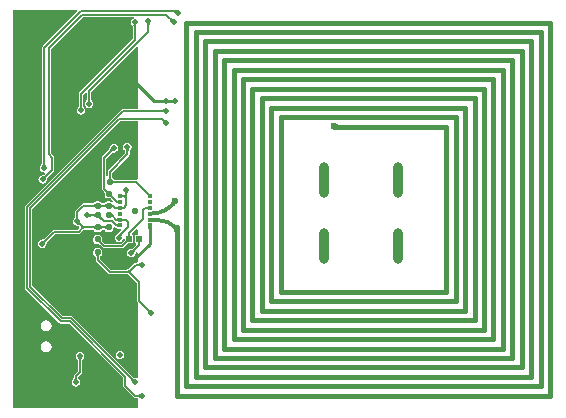
<source format=gbl>
G04*
G04 #@! TF.GenerationSoftware,Altium Limited,Altium Designer,18.1.7 (191)*
G04*
G04 Layer_Physical_Order=2*
G04 Layer_Color=6736896*
%FSLAX25Y25*%
%MOIN*%
G70*
G01*
G75*
%ADD11C,0.00600*%
%ADD15C,0.01000*%
G04:AMPARAMS|DCode=24|XSize=20mil|YSize=20mil|CornerRadius=5mil|HoleSize=0mil|Usage=FLASHONLY|Rotation=270.000|XOffset=0mil|YOffset=0mil|HoleType=Round|Shape=RoundedRectangle|*
%AMROUNDEDRECTD24*
21,1,0.02000,0.01000,0,0,270.0*
21,1,0.01000,0.02000,0,0,270.0*
1,1,0.01000,-0.00500,-0.00500*
1,1,0.01000,-0.00500,0.00500*
1,1,0.01000,0.00500,0.00500*
1,1,0.01000,0.00500,-0.00500*
%
%ADD24ROUNDEDRECTD24*%
G04:AMPARAMS|DCode=27|XSize=20mil|YSize=20mil|CornerRadius=5mil|HoleSize=0mil|Usage=FLASHONLY|Rotation=180.000|XOffset=0mil|YOffset=0mil|HoleType=Round|Shape=RoundedRectangle|*
%AMROUNDEDRECTD27*
21,1,0.02000,0.01000,0,0,180.0*
21,1,0.01000,0.02000,0,0,180.0*
1,1,0.01000,-0.00500,0.00500*
1,1,0.01000,0.00500,0.00500*
1,1,0.01000,0.00500,-0.00500*
1,1,0.01000,-0.00500,-0.00500*
%
%ADD27ROUNDEDRECTD27*%
%ADD68C,0.01575*%
%ADD69C,0.01400*%
%ADD71O,0.03150X0.11811*%
%ADD72C,0.02000*%
%ADD73C,0.02362*%
G04:AMPARAMS|DCode=74|XSize=16.54mil|YSize=13.78mil|CornerRadius=3.45mil|HoleSize=0mil|Usage=FLASHONLY|Rotation=0.000|XOffset=0mil|YOffset=0mil|HoleType=Round|Shape=RoundedRectangle|*
%AMROUNDEDRECTD74*
21,1,0.01654,0.00689,0,0,0.0*
21,1,0.00965,0.01378,0,0,0.0*
1,1,0.00689,0.00482,-0.00345*
1,1,0.00689,-0.00482,-0.00345*
1,1,0.00689,-0.00482,0.00345*
1,1,0.00689,0.00482,0.00345*
%
%ADD74ROUNDEDRECTD74*%
%ADD75R,0.01968X0.01968*%
G36*
X43242Y154987D02*
X42400Y154000D01*
X42395Y154076D01*
X42379Y154144D01*
X42353Y154204D01*
X42317Y154256D01*
X42271Y154300D01*
X42214Y154336D01*
X42147Y154364D01*
X42069Y154384D01*
X41982Y154396D01*
X41884Y154400D01*
X42086Y155000D01*
X43242Y154987D01*
D02*
G37*
G36*
X41179Y152185D02*
X41250Y152132D01*
X41325Y152085D01*
X41406Y152044D01*
X41491Y152009D01*
X41581Y151982D01*
X41676Y151960D01*
X41776Y151945D01*
X41880Y151937D01*
X41990Y151935D01*
X41000Y150945D01*
X40998Y151054D01*
X40989Y151159D01*
X40974Y151259D01*
X40953Y151354D01*
X40925Y151444D01*
X40891Y151529D01*
X40850Y151609D01*
X40803Y151685D01*
X40749Y151756D01*
X40689Y151821D01*
X41113Y152246D01*
X41179Y152185D01*
D02*
G37*
G36*
X34224Y150607D02*
X34156Y150527D01*
X34096Y150446D01*
X34044Y150363D01*
X34000Y150280D01*
X33964Y150195D01*
X33936Y150110D01*
X33916Y150023D01*
X33904Y149935D01*
X33900Y149846D01*
X33300D01*
X33296Y149935D01*
X33284Y150023D01*
X33264Y150110D01*
X33236Y150195D01*
X33200Y150280D01*
X33156Y150363D01*
X33104Y150446D01*
X33044Y150527D01*
X32976Y150607D01*
X32900Y150686D01*
X34300D01*
X34224Y150607D01*
D02*
G37*
G36*
X29724Y150142D02*
X29656Y150061D01*
X29596Y149980D01*
X29544Y149898D01*
X29500Y149814D01*
X29464Y149730D01*
X29436Y149644D01*
X29416Y149558D01*
X29404Y149470D01*
X29400Y149381D01*
X28800D01*
X28796Y149470D01*
X28784Y149558D01*
X28764Y149644D01*
X28736Y149730D01*
X28700Y149814D01*
X28656Y149898D01*
X28604Y149980D01*
X28544Y150061D01*
X28476Y150142D01*
X28400Y150221D01*
X29800D01*
X29724Y150142D01*
D02*
G37*
G36*
X14104Y125365D02*
X14116Y125277D01*
X14136Y125190D01*
X14164Y125105D01*
X14200Y125020D01*
X14244Y124937D01*
X14296Y124854D01*
X14356Y124773D01*
X14424Y124693D01*
X14500Y124614D01*
X13100D01*
X13176Y124693D01*
X13244Y124773D01*
X13304Y124854D01*
X13356Y124937D01*
X13400Y125020D01*
X13436Y125105D01*
X13464Y125190D01*
X13484Y125277D01*
X13496Y125365D01*
X13500Y125454D01*
X14100D01*
X14104Y125365D01*
D02*
G37*
G36*
X41786Y123900D02*
X41743Y123938D01*
X41693Y123972D01*
X41636Y124002D01*
X41572Y124028D01*
X41500Y124050D01*
X41421Y124068D01*
X41335Y124082D01*
X41242Y124092D01*
X41034Y124100D01*
Y125100D01*
X41142Y125102D01*
X41335Y125118D01*
X41421Y125132D01*
X41500Y125150D01*
X41572Y125172D01*
X41636Y125198D01*
X41693Y125228D01*
X41743Y125262D01*
X41786Y125300D01*
Y123900D01*
D02*
G37*
G36*
X40257Y125262D02*
X40307Y125228D01*
X40364Y125198D01*
X40429Y125172D01*
X40500Y125150D01*
X40579Y125132D01*
X40665Y125118D01*
X40758Y125108D01*
X40966Y125100D01*
Y124100D01*
X40858Y124098D01*
X40665Y124082D01*
X40579Y124068D01*
X40500Y124050D01*
X40429Y124028D01*
X40364Y124002D01*
X40307Y123972D01*
X40257Y123938D01*
X40214Y123900D01*
Y125300D01*
X40257Y125262D01*
D02*
G37*
G36*
X38786Y123900D02*
X38743Y123938D01*
X38693Y123972D01*
X38636Y124002D01*
X38572Y124028D01*
X38500Y124050D01*
X38421Y124068D01*
X38335Y124082D01*
X38242Y124092D01*
X38034Y124100D01*
Y125100D01*
X38142Y125102D01*
X38335Y125118D01*
X38421Y125132D01*
X38500Y125150D01*
X38572Y125172D01*
X38636Y125198D01*
X38693Y125228D01*
X38743Y125262D01*
X38786Y125300D01*
Y123900D01*
D02*
G37*
G36*
X11404Y123065D02*
X11416Y122977D01*
X11436Y122890D01*
X11464Y122805D01*
X11500Y122720D01*
X11544Y122637D01*
X11596Y122554D01*
X11656Y122473D01*
X11724Y122393D01*
X11800Y122314D01*
X10400D01*
X10476Y122393D01*
X10544Y122473D01*
X10604Y122554D01*
X10656Y122637D01*
X10700Y122720D01*
X10736Y122805D01*
X10764Y122890D01*
X10784Y122977D01*
X10796Y123065D01*
X10800Y123154D01*
X11400D01*
X11404Y123065D01*
D02*
G37*
G36*
X38786Y120800D02*
X38707Y120876D01*
X38627Y120944D01*
X38546Y121004D01*
X38463Y121056D01*
X38380Y121100D01*
X38295Y121136D01*
X38210Y121164D01*
X38123Y121184D01*
X38035Y121196D01*
X37946Y121200D01*
Y121800D01*
X38035Y121804D01*
X38123Y121816D01*
X38210Y121836D01*
X38295Y121864D01*
X38380Y121900D01*
X38463Y121944D01*
X38546Y121996D01*
X38627Y122056D01*
X38707Y122124D01*
X38786Y122200D01*
Y120800D01*
D02*
G37*
G36*
X38679Y118651D02*
X38750Y118597D01*
X38825Y118550D01*
X38906Y118509D01*
X38991Y118475D01*
X39081Y118447D01*
X39176Y118426D01*
X39276Y118411D01*
X39380Y118402D01*
X39490Y118400D01*
X38500Y117410D01*
X38498Y117520D01*
X38489Y117624D01*
X38474Y117724D01*
X38453Y117819D01*
X38425Y117909D01*
X38391Y117994D01*
X38350Y118075D01*
X38303Y118150D01*
X38249Y118221D01*
X38189Y118287D01*
X38613Y118711D01*
X38679Y118651D01*
D02*
G37*
G36*
X96203Y117094D02*
X96232Y117085D01*
X96275Y117077D01*
X96330Y117070D01*
X96576Y117056D01*
X96940Y117051D01*
X96855Y115476D01*
X96121Y115451D01*
X96187Y117103D01*
X96203Y117094D01*
D02*
G37*
G36*
X21919Y108003D02*
X21812Y108009D01*
X21709Y108006D01*
X21611Y107997D01*
X21517Y107980D01*
X21428Y107956D01*
X21343Y107924D01*
X21263Y107886D01*
X21188Y107840D01*
X21116Y107786D01*
X21050Y107725D01*
X20657Y108181D01*
X20716Y108246D01*
X20770Y108316D01*
X20818Y108391D01*
X20861Y108471D01*
X20898Y108556D01*
X20930Y108647D01*
X20956Y108742D01*
X20977Y108843D01*
X20992Y108949D01*
X21002Y109061D01*
X21919Y108003D01*
D02*
G37*
G36*
X27224Y108607D02*
X27156Y108527D01*
X27096Y108446D01*
X27044Y108363D01*
X27000Y108280D01*
X26964Y108195D01*
X26936Y108110D01*
X26916Y108023D01*
X26904Y107935D01*
X26900Y107846D01*
X26300D01*
X26296Y107935D01*
X26284Y108023D01*
X26264Y108110D01*
X26236Y108195D01*
X26200Y108280D01*
X26156Y108363D01*
X26104Y108446D01*
X26044Y108527D01*
X25976Y108607D01*
X25900Y108686D01*
X27300D01*
X27224Y108607D01*
D02*
G37*
G36*
X-898Y103865D02*
X-886Y103777D01*
X-866Y103690D01*
X-838Y103605D01*
X-802Y103520D01*
X-758Y103437D01*
X-706Y103354D01*
X-646Y103273D01*
X-578Y103193D01*
X-502Y103114D01*
X-1902D01*
X-1826Y103193D01*
X-1758Y103273D01*
X-1698Y103354D01*
X-1646Y103437D01*
X-1602Y103520D01*
X-1566Y103605D01*
X-1538Y103690D01*
X-1518Y103777D01*
X-1506Y103865D01*
X-1502Y103954D01*
X-902D01*
X-898Y103865D01*
D02*
G37*
G36*
X21003Y99278D02*
X21012Y99170D01*
X21027Y99075D01*
X21048Y98993D01*
X21074Y98924D01*
X21107Y98867D01*
X21146Y98823D01*
X21191Y98791D01*
X21241Y98772D01*
X21298Y98766D01*
X20102D01*
X20159Y98772D01*
X20210Y98791D01*
X20254Y98823D01*
X20293Y98867D01*
X20326Y98924D01*
X20352Y98993D01*
X20373Y99075D01*
X20388Y99170D01*
X20397Y99278D01*
X20400Y99398D01*
X21000D01*
X21003Y99278D01*
D02*
G37*
G36*
X-389Y99487D02*
X-449Y99421D01*
X-503Y99350D01*
X-550Y99275D01*
X-591Y99194D01*
X-625Y99109D01*
X-653Y99019D01*
X-674Y98924D01*
X-689Y98824D01*
X-698Y98720D01*
X-700Y98610D01*
X-1690Y99600D01*
X-1580Y99602D01*
X-1476Y99611D01*
X-1376Y99626D01*
X-1281Y99647D01*
X-1191Y99675D01*
X-1106Y99709D01*
X-1025Y99750D01*
X-950Y99797D01*
X-879Y99851D01*
X-813Y99911D01*
X-389Y99487D01*
D02*
G37*
G36*
X30000Y98882D02*
X29971Y98831D01*
X29500Y98510D01*
X29482Y98514D01*
X22351D01*
X22308Y98533D01*
X22201Y98536D01*
X22122Y98542D01*
X22068Y98550D01*
X22048Y98651D01*
X21849Y98949D01*
X21551Y99148D01*
X21451Y99168D01*
X21442Y99222D01*
X21436Y99301D01*
X21433Y99408D01*
X21414Y99451D01*
Y100904D01*
X27105Y106595D01*
X27259Y106827D01*
X27314Y107100D01*
Y107786D01*
X27332Y107827D01*
X27336Y107896D01*
X27342Y107945D01*
X27354Y107994D01*
X27370Y108043D01*
X27391Y108094D01*
X27419Y108146D01*
X27454Y108201D01*
X27496Y108258D01*
X27545Y108316D01*
X27612Y108386D01*
X27620Y108407D01*
X27919Y108854D01*
X28027Y109400D01*
X27919Y109946D01*
X27609Y110409D01*
X27146Y110719D01*
X26600Y110827D01*
X26054Y110719D01*
X25591Y110409D01*
X25281Y109946D01*
X25173Y109400D01*
X25281Y108854D01*
X25580Y108407D01*
X25588Y108386D01*
X25655Y108316D01*
X25705Y108258D01*
X25746Y108201D01*
X25781Y108146D01*
X25809Y108094D01*
X25830Y108043D01*
X25846Y107994D01*
X25858Y107945D01*
X25864Y107896D01*
X25868Y107827D01*
X25886Y107786D01*
Y107396D01*
X20195Y101705D01*
X20041Y101473D01*
X19986Y101200D01*
Y99685D01*
X19964Y99655D01*
X19926Y99634D01*
X19426Y99933D01*
Y105517D01*
X21294Y107385D01*
X21332Y107397D01*
X21335Y107403D01*
X21341Y107405D01*
X21393Y107452D01*
X21431Y107481D01*
X21471Y107505D01*
X21513Y107526D01*
X21560Y107543D01*
X21612Y107557D01*
X21670Y107568D01*
X21735Y107574D01*
X21806Y107575D01*
X21898Y107571D01*
X21938Y107585D01*
X22000Y107573D01*
X22546Y107681D01*
X23009Y107991D01*
X23319Y108454D01*
X23427Y109000D01*
X23319Y109546D01*
X23009Y110009D01*
X22546Y110319D01*
X22000Y110427D01*
X21454Y110319D01*
X20991Y110009D01*
X20681Y109546D01*
X20606Y109166D01*
X20571Y109098D01*
X20562Y108999D01*
X20550Y108918D01*
X20535Y108843D01*
X20516Y108776D01*
X20495Y108715D01*
X20471Y108660D01*
X20445Y108610D01*
X20416Y108565D01*
X20384Y108525D01*
X20338Y108474D01*
X20323Y108432D01*
X18208Y106317D01*
X18053Y106085D01*
X17999Y105812D01*
Y95588D01*
X18053Y95315D01*
X18208Y95083D01*
X18657Y94633D01*
X18673Y94591D01*
X18881Y94367D01*
X18947Y94285D01*
X18982Y94235D01*
Y94051D01*
X18981Y94049D01*
X18982Y94047D01*
Y93400D01*
X19052Y93049D01*
X19251Y92751D01*
X19549Y92552D01*
X19900Y92482D01*
X20547D01*
X20549Y92481D01*
X20551Y92482D01*
X20734D01*
X20780Y92450D01*
X20973Y92287D01*
X21085Y92179D01*
X21129Y92161D01*
X21825Y91466D01*
X21506Y91077D01*
X21251Y91248D01*
X20900Y91318D01*
X19900D01*
X19549Y91248D01*
X19251Y91049D01*
X19052Y90751D01*
X19032Y90650D01*
X18978Y90642D01*
X18899Y90636D01*
X18792Y90633D01*
X18749Y90614D01*
X18351D01*
X18308Y90633D01*
X18201Y90636D01*
X18122Y90642D01*
X18068Y90650D01*
X18048Y90751D01*
X17849Y91049D01*
X17551Y91248D01*
X17200Y91318D01*
X16200D01*
X15849Y91248D01*
X15551Y91049D01*
X15352Y90751D01*
X15332Y90650D01*
X15278Y90642D01*
X15199Y90636D01*
X15092Y90633D01*
X15049Y90614D01*
X11900D01*
X11627Y90559D01*
X11395Y90405D01*
X9295Y88305D01*
X9141Y88073D01*
X9086Y87800D01*
Y86214D01*
X9067Y86173D01*
X9064Y86104D01*
X9058Y86055D01*
X9047Y86006D01*
X9030Y85957D01*
X9009Y85906D01*
X8981Y85854D01*
X8946Y85799D01*
X8905Y85742D01*
X8855Y85684D01*
X8788Y85614D01*
X8780Y85593D01*
X8481Y85146D01*
X8373Y84600D01*
X8481Y84054D01*
X8791Y83591D01*
X9254Y83281D01*
X9780Y83176D01*
X9802Y83167D01*
X9898Y83165D01*
X9974Y83159D01*
X10044Y83149D01*
X10107Y83134D01*
X10164Y83117D01*
X10215Y83096D01*
X10262Y83073D01*
X10304Y83046D01*
X10343Y83016D01*
X10395Y82969D01*
X10420Y82960D01*
X10467Y82898D01*
X10507Y82829D01*
X10516Y82775D01*
Y82350D01*
X10062Y81896D01*
X2182D01*
X1909Y81842D01*
X1678Y81687D01*
X-1164Y78846D01*
X-1205Y78830D01*
X-1257Y78784D01*
X-1296Y78754D01*
X-1338Y78727D01*
X-1385Y78704D01*
X-1436Y78683D01*
X-1493Y78666D01*
X-1556Y78651D01*
X-1626Y78641D01*
X-1702Y78635D01*
X-1798Y78633D01*
X-1820Y78623D01*
X-2346Y78519D01*
X-2809Y78209D01*
X-3119Y77746D01*
X-3227Y77200D01*
X-3119Y76654D01*
X-2809Y76191D01*
X-2346Y75881D01*
X-1800Y75773D01*
X-1254Y75881D01*
X-791Y76191D01*
X-481Y76654D01*
X-377Y77180D01*
X-367Y77202D01*
X-365Y77298D01*
X-359Y77375D01*
X-349Y77444D01*
X-334Y77507D01*
X-317Y77564D01*
X-296Y77615D01*
X-273Y77662D01*
X-246Y77704D01*
X-216Y77743D01*
X-169Y77795D01*
X-154Y77836D01*
X2478Y80469D01*
X10358D01*
X10631Y80523D01*
X10863Y80678D01*
X11740Y81555D01*
X11783Y81571D01*
X11857Y81641D01*
X11922Y81692D01*
X11987Y81736D01*
X12054Y81774D01*
X12122Y81806D01*
X12192Y81832D01*
X12266Y81852D01*
X12343Y81867D01*
X12426Y81876D01*
X12528Y81880D01*
X12569Y81899D01*
X15049D01*
X15092Y81879D01*
X15199Y81877D01*
X15278Y81870D01*
X15332Y81862D01*
X15352Y81761D01*
X15551Y81463D01*
X15849Y81265D01*
X16200Y81195D01*
X17200D01*
X17551Y81265D01*
X17849Y81463D01*
X18048Y81761D01*
X18065Y81849D01*
X18121Y81858D01*
X18201Y81865D01*
X18308Y81867D01*
X18351Y81886D01*
X18749D01*
X18792Y81867D01*
X18899Y81865D01*
X18978Y81858D01*
X19032Y81849D01*
X19052Y81749D01*
X19251Y81451D01*
X19549Y81252D01*
X19900Y81182D01*
X20900D01*
X21251Y81252D01*
X21549Y81451D01*
X21748Y81749D01*
X21818Y82100D01*
Y82582D01*
X22318Y82789D01*
X22332Y82774D01*
X22564Y82619D01*
X22741Y82584D01*
X22828Y82546D01*
X22948Y82543D01*
X23041Y82537D01*
X23114Y82527D01*
X23137Y82522D01*
X23218Y82401D01*
X23219Y82398D01*
X23220Y82398D01*
X23220Y82398D01*
X23253Y82376D01*
X23262Y82361D01*
X23284Y82355D01*
X23467Y82233D01*
X23757Y82175D01*
X24459D01*
X24666Y81675D01*
X23950Y80959D01*
X23908Y80944D01*
X23798Y80844D01*
X23752Y80807D01*
X23623Y80717D01*
X23562Y80680D01*
X23312Y80547D01*
X23222Y80505D01*
X23221Y80504D01*
X23220Y80504D01*
X23180Y80460D01*
X22805Y80209D01*
X22495Y79746D01*
X22387Y79200D01*
X22495Y78654D01*
X22805Y78191D01*
X23268Y77881D01*
X23814Y77773D01*
X24361Y77881D01*
X24824Y78191D01*
X25122Y78637D01*
X25224Y78659D01*
X25648Y78682D01*
X25695Y78576D01*
X25716Y78526D01*
Y78410D01*
X25710Y78400D01*
X25665Y78335D01*
X25501Y78141D01*
X25392Y78029D01*
X25374Y77984D01*
X24604Y77214D01*
X19096D01*
X18443Y77867D01*
X18427Y77909D01*
X18219Y78133D01*
X18153Y78215D01*
X18118Y78266D01*
Y78449D01*
X18119Y78451D01*
X18118Y78453D01*
Y79100D01*
X18048Y79451D01*
X17849Y79749D01*
X17551Y79948D01*
X17200Y80018D01*
X16200D01*
X15849Y79948D01*
X15551Y79749D01*
X15352Y79451D01*
X15282Y79100D01*
Y78100D01*
X15352Y77749D01*
X15551Y77451D01*
X15849Y77252D01*
X16200Y77182D01*
X16847D01*
X16849Y77182D01*
X16851Y77182D01*
X17034D01*
X17081Y77150D01*
X17273Y76987D01*
X17385Y76879D01*
X17429Y76861D01*
X18295Y75995D01*
X18527Y75841D01*
X18800Y75786D01*
X24900D01*
X25173Y75841D01*
X25405Y75995D01*
X26380Y76970D01*
X26422Y76986D01*
X26648Y77196D01*
X26731Y77262D01*
X26801Y77311D01*
X26810Y77316D01*
X26926D01*
X26976Y77295D01*
X27009Y77308D01*
X27044Y77300D01*
X27069Y77316D01*
X28484D01*
Y80084D01*
X28301D01*
X28094Y80584D01*
X29538Y82029D01*
X30000Y81837D01*
Y80084D01*
X29116D01*
Y77316D01*
X29399D01*
X29606Y76816D01*
X28536Y75746D01*
X28495Y75731D01*
X28443Y75684D01*
X28404Y75654D01*
X28362Y75627D01*
X28315Y75604D01*
X28264Y75583D01*
X28207Y75566D01*
X28144Y75551D01*
X28074Y75541D01*
X27998Y75535D01*
X27902Y75533D01*
X27880Y75524D01*
X27354Y75419D01*
X26891Y75109D01*
X26581Y74646D01*
X26473Y74100D01*
X26581Y73554D01*
X26891Y73091D01*
X27354Y72781D01*
X27900Y72673D01*
X28446Y72781D01*
X28909Y73091D01*
X29219Y73554D01*
X29324Y74080D01*
X29333Y74102D01*
X29335Y74198D01*
X29341Y74274D01*
X29345Y74300D01*
X29500Y74416D01*
X29724Y74363D01*
X29860Y74282D01*
X30000Y74111D01*
Y70936D01*
X29996Y70936D01*
X29927Y70933D01*
X29886Y70914D01*
X29400D01*
X29127Y70859D01*
X28895Y70705D01*
X27116Y68925D01*
X27073Y68909D01*
X26998Y68839D01*
X26934Y68788D01*
X26869Y68744D01*
X26802Y68706D01*
X26734Y68674D01*
X26663Y68648D01*
X26589Y68628D01*
X26512Y68613D01*
X26430Y68604D01*
X26328Y68600D01*
X26287Y68581D01*
X21028D01*
X17414Y72196D01*
Y72649D01*
X17433Y72692D01*
X17436Y72799D01*
X17442Y72878D01*
X17451Y72932D01*
X17551Y72952D01*
X17849Y73151D01*
X18048Y73449D01*
X18118Y73800D01*
Y74800D01*
X18048Y75151D01*
X17849Y75449D01*
X17551Y75648D01*
X17200Y75718D01*
X16200D01*
X15849Y75648D01*
X15551Y75449D01*
X15352Y75151D01*
X15282Y74800D01*
Y73800D01*
X15352Y73449D01*
X15551Y73151D01*
X15849Y72952D01*
X15949Y72932D01*
X15958Y72878D01*
X15965Y72799D01*
X15967Y72692D01*
X15986Y72649D01*
Y71900D01*
X16041Y71627D01*
X16195Y71395D01*
X20227Y67363D01*
X20459Y67208D01*
X20732Y67154D01*
X26287D01*
X26328Y67135D01*
X26430Y67132D01*
X26512Y67122D01*
X26589Y67108D01*
X26663Y67087D01*
X26734Y67061D01*
X26802Y67030D01*
X26869Y66992D01*
X26934Y66948D01*
X26998Y66896D01*
X27073Y66827D01*
X27116Y66811D01*
X29754Y64172D01*
Y58132D01*
X29808Y57859D01*
X29963Y57627D01*
X30000Y57591D01*
Y32580D01*
X29500Y32335D01*
X29054Y32423D01*
X29033Y32433D01*
X28937Y32435D01*
X28860Y32441D01*
X28790Y32451D01*
X28727Y32466D01*
X28670Y32483D01*
X28619Y32504D01*
X28573Y32527D01*
X28530Y32554D01*
X28491Y32584D01*
X28440Y32631D01*
X28398Y32646D01*
X8239Y52805D01*
X8008Y52959D01*
X7735Y53014D01*
X5010D01*
X-5086Y63110D01*
Y88790D01*
X24110Y117986D01*
X30000D01*
Y98882D01*
D02*
G37*
G36*
X21672Y98341D02*
X21691Y98290D01*
X21723Y98246D01*
X21767Y98207D01*
X21824Y98174D01*
X21893Y98148D01*
X21975Y98127D01*
X22070Y98112D01*
X22177Y98103D01*
X22298Y98100D01*
Y97500D01*
X22177Y97497D01*
X22070Y97488D01*
X21975Y97473D01*
X21893Y97452D01*
X21824Y97426D01*
X21767Y97393D01*
X21723Y97354D01*
X21691Y97309D01*
X21672Y97259D01*
X21666Y97202D01*
Y98398D01*
X21672Y98341D01*
D02*
G37*
G36*
X19536Y95192D02*
X19755Y95007D01*
X19851Y94939D01*
X19939Y94889D01*
X20018Y94854D01*
X20089Y94837D01*
X20152Y94837D01*
X20206Y94853D01*
X20251Y94886D01*
X19414Y94049D01*
X19447Y94095D01*
X19463Y94148D01*
X19463Y94211D01*
X19445Y94282D01*
X19411Y94361D01*
X19361Y94449D01*
X19293Y94545D01*
X19209Y94650D01*
X18990Y94885D01*
X19415Y95310D01*
X19536Y95192D01*
D02*
G37*
G36*
X26824Y94407D02*
X26756Y94327D01*
X26696Y94246D01*
X26644Y94163D01*
X26600Y94080D01*
X26564Y93995D01*
X26536Y93910D01*
X26516Y93823D01*
X26504Y93735D01*
X26500Y93646D01*
X25900D01*
X25896Y93735D01*
X25884Y93823D01*
X25864Y93910D01*
X25836Y93995D01*
X25800Y94080D01*
X25756Y94163D01*
X25704Y94246D01*
X25644Y94327D01*
X25576Y94407D01*
X25500Y94486D01*
X26900D01*
X26824Y94407D01*
D02*
G37*
G36*
X26500Y92300D02*
X25900Y91576D01*
X25896Y91694D01*
X25883Y91809D01*
X25862Y91920D01*
X25832Y92028D01*
X25794Y92132D01*
X25747Y92233D01*
X25692Y92330D01*
X25629Y92423D01*
X25556Y92513D01*
X25476Y92600D01*
X25591Y93333D01*
X25650Y93281D01*
X25702Y93246D01*
X25749Y93230D01*
X25789Y93232D01*
X25823Y93252D01*
X25850Y93290D01*
X25872Y93346D01*
X25888Y93421D01*
X25897Y93513D01*
X25900Y93624D01*
X26500Y92300D01*
D02*
G37*
G36*
X33595Y94115D02*
X33809Y93934D01*
X33905Y93867D01*
X33994Y93816D01*
X34075Y93780D01*
X34148Y93760D01*
X34215Y93755D01*
X34274Y93766D01*
X34326Y93793D01*
X33351Y93094D01*
X33390Y93133D01*
X33411Y93183D01*
X33414Y93242D01*
X33398Y93311D01*
X33364Y93390D01*
X33313Y93479D01*
X33243Y93578D01*
X33155Y93687D01*
X32924Y93934D01*
X33477Y94229D01*
X33595Y94115D01*
D02*
G37*
G36*
X25052Y93436D02*
X25062Y93433D01*
X25078Y93430D01*
X25102Y93428D01*
X25210Y93423D01*
X25379Y93421D01*
Y92821D01*
X25049Y92803D01*
Y93439D01*
X25052Y93436D01*
D02*
G37*
G36*
X21353Y93705D02*
X21337Y93651D01*
X21337Y93589D01*
X21354Y93518D01*
X21388Y93439D01*
X21439Y93351D01*
X21507Y93255D01*
X21591Y93150D01*
X21810Y92915D01*
X21385Y92490D01*
X21264Y92608D01*
X21045Y92793D01*
X20949Y92861D01*
X20861Y92911D01*
X20782Y92945D01*
X20711Y92963D01*
X20648Y92963D01*
X20595Y92947D01*
X20549Y92914D01*
X21386Y93751D01*
X21353Y93705D01*
D02*
G37*
G36*
X42689Y90225D02*
X42666Y90217D01*
X42634Y90199D01*
X42595Y90171D01*
X42546Y90133D01*
X42352Y89958D01*
X42082Y89692D01*
X40898Y90491D01*
X40990Y90582D01*
X41142Y90749D01*
X41202Y90825D01*
X41252Y90897D01*
X41291Y90964D01*
X41320Y91026D01*
X41338Y91084D01*
X41346Y91137D01*
X41343Y91186D01*
X42689Y90225D01*
D02*
G37*
G36*
X21390Y90283D02*
X21402Y90266D01*
X21423Y90250D01*
X21452Y90237D01*
X21489Y90226D01*
X21535Y90216D01*
X21589Y90209D01*
X21721Y90201D01*
X21800Y90200D01*
Y89600D01*
X21721Y89599D01*
X21535Y89584D01*
X21489Y89574D01*
X21452Y89563D01*
X21423Y89550D01*
X21402Y89534D01*
X21390Y89517D01*
X21386Y89498D01*
Y90302D01*
X21390Y90283D01*
D02*
G37*
G36*
X19434Y89302D02*
X19428Y89359D01*
X19409Y89410D01*
X19377Y89454D01*
X19333Y89493D01*
X19276Y89526D01*
X19207Y89552D01*
X19125Y89573D01*
X19030Y89588D01*
X18923Y89597D01*
X18802Y89600D01*
Y90200D01*
X18923Y90203D01*
X19030Y90212D01*
X19125Y90227D01*
X19207Y90248D01*
X19276Y90274D01*
X19333Y90307D01*
X19377Y90346D01*
X19409Y90390D01*
X19428Y90441D01*
X19434Y90498D01*
Y89302D01*
D02*
G37*
G36*
X17672Y90441D02*
X17691Y90390D01*
X17723Y90346D01*
X17767Y90307D01*
X17824Y90274D01*
X17893Y90248D01*
X17975Y90227D01*
X18070Y90212D01*
X18178Y90203D01*
X18298Y90200D01*
Y89600D01*
X18178Y89597D01*
X18070Y89588D01*
X17975Y89573D01*
X17893Y89552D01*
X17824Y89526D01*
X17767Y89493D01*
X17723Y89454D01*
X17691Y89410D01*
X17672Y89359D01*
X17666Y89302D01*
Y90498D01*
X17672Y90441D01*
D02*
G37*
G36*
X15734Y89302D02*
X15728Y89359D01*
X15709Y89410D01*
X15677Y89454D01*
X15633Y89493D01*
X15576Y89526D01*
X15507Y89552D01*
X15425Y89573D01*
X15330Y89588D01*
X15223Y89597D01*
X15102Y89600D01*
Y90200D01*
X15223Y90203D01*
X15330Y90212D01*
X15425Y90227D01*
X15507Y90248D01*
X15576Y90274D01*
X15633Y90307D01*
X15677Y90346D01*
X15709Y90390D01*
X15728Y90441D01*
X15734Y90498D01*
Y89302D01*
D02*
G37*
G36*
X25052Y89503D02*
X25062Y89499D01*
X25079Y89496D01*
X25102Y89493D01*
X25170Y89488D01*
X25384Y89484D01*
Y88884D01*
X25321Y88884D01*
X25062Y88869D01*
X25052Y88865D01*
X25049Y88861D01*
Y89508D01*
X25052Y89503D01*
D02*
G37*
G36*
X33439Y88600D02*
X33397Y88654D01*
X33350Y88702D01*
X33296Y88745D01*
X33236Y88782D01*
X33169Y88813D01*
X33096Y88839D01*
X33016Y88859D01*
X32930Y88873D01*
X32838Y88881D01*
X32739Y88884D01*
Y89484D01*
X32838Y89487D01*
X32930Y89496D01*
X33016Y89510D01*
X33096Y89530D01*
X33169Y89555D01*
X33236Y89587D01*
X33296Y89623D01*
X33350Y89666D01*
X33397Y89714D01*
X33439Y89768D01*
Y88600D01*
D02*
G37*
G36*
X23517D02*
X23476Y88654D01*
X23429Y88702D01*
X23375Y88745D01*
X23314Y88782D01*
X23248Y88813D01*
X23175Y88839D01*
X23095Y88859D01*
X23009Y88873D01*
X22917Y88881D01*
X22818Y88884D01*
Y89484D01*
X22917Y89487D01*
X23009Y89496D01*
X23095Y89510D01*
X23175Y89530D01*
X23248Y89555D01*
X23314Y89587D01*
X23375Y89623D01*
X23429Y89666D01*
X23476Y89714D01*
X23517Y89768D01*
Y88600D01*
D02*
G37*
G36*
X15734Y86015D02*
X15728Y86071D01*
X15709Y86122D01*
X15677Y86166D01*
X15633Y86205D01*
X15576Y86238D01*
X15507Y86265D01*
X15425Y86286D01*
X15330Y86300D01*
X15223Y86309D01*
X15102Y86312D01*
Y86912D01*
X15223Y86915D01*
X15330Y86924D01*
X15425Y86939D01*
X15507Y86960D01*
X15576Y86987D01*
X15633Y87019D01*
X15677Y87058D01*
X15709Y87103D01*
X15728Y87153D01*
X15734Y87210D01*
Y86015D01*
D02*
G37*
G36*
X13905Y87236D02*
X13985Y87168D01*
X14067Y87108D01*
X14149Y87056D01*
X14232Y87012D01*
X14317Y86976D01*
X14403Y86948D01*
X14489Y86928D01*
X14577Y86916D01*
X14666Y86912D01*
Y86312D01*
X14577Y86308D01*
X14489Y86296D01*
X14403Y86276D01*
X14317Y86248D01*
X14232Y86212D01*
X14149Y86168D01*
X14067Y86116D01*
X13985Y86056D01*
X13905Y85988D01*
X13826Y85912D01*
Y87312D01*
X13905Y87236D01*
D02*
G37*
G36*
X10104Y86065D02*
X10116Y85977D01*
X10136Y85890D01*
X10164Y85805D01*
X10200Y85720D01*
X10244Y85637D01*
X10296Y85554D01*
X10356Y85473D01*
X10424Y85393D01*
X10500Y85314D01*
X9100D01*
X9176Y85393D01*
X9244Y85473D01*
X9304Y85554D01*
X9356Y85637D01*
X9400Y85720D01*
X9436Y85805D01*
X9464Y85890D01*
X9484Y85977D01*
X9496Y86065D01*
X9500Y86154D01*
X10100D01*
X10104Y86065D01*
D02*
G37*
G36*
X17653Y86418D02*
X17637Y86364D01*
X17637Y86301D01*
X17654Y86230D01*
X17688Y86151D01*
X17739Y86063D01*
X17807Y85967D01*
X17891Y85862D01*
X18110Y85627D01*
X17685Y85203D01*
X17564Y85320D01*
X17345Y85505D01*
X17249Y85573D01*
X17161Y85624D01*
X17082Y85658D01*
X17011Y85675D01*
X16948Y85676D01*
X16894Y85660D01*
X16849Y85627D01*
X17686Y86463D01*
X17653Y86418D01*
D02*
G37*
G36*
X25003Y85777D02*
X25050Y85729D01*
X25104Y85686D01*
X25164Y85650D01*
X25231Y85618D01*
X25304Y85593D01*
X25384Y85573D01*
X25470Y85559D01*
X25562Y85550D01*
X25661Y85547D01*
Y84947D01*
X25562Y84944D01*
X25470Y84936D01*
X25384Y84922D01*
X25304Y84902D01*
X25231Y84876D01*
X25164Y84845D01*
X25104Y84808D01*
X25050Y84765D01*
X25003Y84717D01*
X24961Y84663D01*
Y85831D01*
X25003Y85777D01*
D02*
G37*
G36*
X23517Y84663D02*
X23476Y84717D01*
X23429Y84765D01*
X23375Y84808D01*
X23314Y84845D01*
X23248Y84876D01*
X23175Y84902D01*
X23095Y84922D01*
X23009Y84936D01*
X22917Y84944D01*
X22818Y84947D01*
Y85547D01*
X22917Y85550D01*
X23009Y85559D01*
X23095Y85573D01*
X23175Y85593D01*
X23248Y85618D01*
X23314Y85650D01*
X23375Y85686D01*
X23429Y85729D01*
X23476Y85777D01*
X23517Y85831D01*
Y84663D01*
D02*
G37*
G36*
X10802Y84480D02*
X10811Y84376D01*
X10826Y84276D01*
X10847Y84181D01*
X10875Y84091D01*
X10909Y84006D01*
X10950Y83925D01*
X10997Y83850D01*
X11051Y83779D01*
X11111Y83713D01*
X10687Y83289D01*
X10621Y83349D01*
X10550Y83403D01*
X10475Y83450D01*
X10394Y83491D01*
X10309Y83525D01*
X10219Y83553D01*
X10124Y83574D01*
X10024Y83589D01*
X9920Y83598D01*
X9810Y83600D01*
X10800Y84590D01*
X10802Y84480D01*
D02*
G37*
G36*
X23525Y82704D02*
X23518Y82757D01*
X23498Y82803D01*
X23463Y82844D01*
X23415Y82880D01*
X23353Y82910D01*
X23278Y82935D01*
X23188Y82954D01*
X23085Y82968D01*
X22968Y82976D01*
X22837Y82979D01*
Y83579D01*
X22968Y83582D01*
X23188Y83603D01*
X23278Y83623D01*
X23353Y83647D01*
X23415Y83678D01*
X23463Y83713D01*
X23498Y83754D01*
X23518Y83801D01*
X23525Y83853D01*
Y82704D01*
D02*
G37*
G36*
X42413Y83820D02*
X42894Y83519D01*
X42942Y83499D01*
X42981Y83488D01*
X43011Y83486D01*
X41911Y82251D01*
X41903Y82297D01*
X41885Y82347D01*
X41856Y82399D01*
X41816Y82455D01*
X41766Y82514D01*
X41704Y82577D01*
X41633Y82642D01*
X41456Y82783D01*
X41352Y82859D01*
X42301Y83901D01*
X42413Y83820D01*
D02*
G37*
G36*
X15734Y82015D02*
X15728Y82071D01*
X15709Y82122D01*
X15677Y82166D01*
X15633Y82205D01*
X15576Y82238D01*
X15507Y82265D01*
X15425Y82285D01*
X15330Y82300D01*
X15223Y82309D01*
X15102Y82312D01*
Y82912D01*
X15223Y82915D01*
X15330Y82924D01*
X15425Y82939D01*
X15507Y82960D01*
X15576Y82987D01*
X15633Y83019D01*
X15677Y83058D01*
X15709Y83103D01*
X15728Y83153D01*
X15734Y83210D01*
Y82015D01*
D02*
G37*
G36*
X19434Y82002D02*
X19428Y82059D01*
X19409Y82109D01*
X19377Y82154D01*
X19333Y82193D01*
X19276Y82226D01*
X19207Y82252D01*
X19125Y82273D01*
X19030Y82288D01*
X18923Y82297D01*
X18802Y82300D01*
Y82900D01*
X18923Y82903D01*
X19030Y82912D01*
X19125Y82927D01*
X19207Y82948D01*
X19276Y82974D01*
X19333Y83007D01*
X19377Y83046D01*
X19409Y83091D01*
X19428Y83141D01*
X19434Y83198D01*
Y82002D01*
D02*
G37*
G36*
X17674Y83141D02*
X17693Y83091D01*
X17725Y83046D01*
X17768Y83007D01*
X17825Y82974D01*
X17894Y82948D01*
X17976Y82927D01*
X18071Y82912D01*
X18178Y82903D01*
X18298Y82900D01*
Y82300D01*
X18177Y82297D01*
X18070Y82288D01*
X17975Y82273D01*
X17892Y82252D01*
X17823Y82226D01*
X17765Y82193D01*
X17721Y82154D01*
X17689Y82109D01*
X17670Y82059D01*
X17663Y82002D01*
X17668Y83198D01*
X17674Y83141D01*
D02*
G37*
G36*
X11574Y83256D02*
X11665Y83184D01*
X11758Y83120D01*
X11855Y83065D01*
X11956Y83018D01*
X12060Y82980D01*
X12168Y82951D01*
X12279Y82929D01*
X12394Y82916D01*
X12512Y82912D01*
Y82312D01*
X12394Y82308D01*
X12279Y82295D01*
X12168Y82274D01*
X12060Y82244D01*
X11956Y82206D01*
X11855Y82160D01*
X11758Y82104D01*
X11665Y82041D01*
X11574Y81969D01*
X11488Y81888D01*
X10939Y82188D01*
X11016Y82273D01*
X11075Y82358D01*
X11117Y82443D01*
X11143Y82527D01*
X11151Y82612D01*
X11143Y82697D01*
X11117Y82782D01*
X11075Y82867D01*
X11016Y82952D01*
X10939Y83037D01*
X11488Y83337D01*
X11574Y83256D01*
D02*
G37*
G36*
X34900Y82713D02*
X34850Y82615D01*
X34805Y82510D01*
X34767Y82399D01*
X34734Y82282D01*
X34708Y82158D01*
X34687Y82028D01*
X34664Y81748D01*
X34661Y81599D01*
X33661D01*
X33658Y81748D01*
X33634Y82028D01*
X33613Y82158D01*
X33587Y82282D01*
X33554Y82399D01*
X33516Y82510D01*
X33472Y82615D01*
X33421Y82713D01*
X33365Y82805D01*
X34956D01*
X34900Y82713D01*
D02*
G37*
G36*
X43910Y81449D02*
X43903Y81422D01*
X43897Y81380D01*
X43888Y81258D01*
X43878Y80853D01*
X43878Y80718D01*
X42303D01*
X42264Y81464D01*
X43917D01*
X43910Y81449D01*
D02*
G37*
G36*
X27403Y80156D02*
X27412Y80052D01*
X27427Y79960D01*
X27448Y79881D01*
X27475Y79813D01*
X27508Y79758D01*
X27547Y79715D01*
X27592Y79685D01*
X27643Y79666D01*
X27700Y79660D01*
X26500D01*
X26557Y79666D01*
X26608Y79685D01*
X26653Y79715D01*
X26692Y79758D01*
X26725Y79813D01*
X26752Y79881D01*
X26773Y79960D01*
X26788Y80052D01*
X26797Y80156D01*
X26800Y80272D01*
X27400D01*
X27403Y80156D01*
D02*
G37*
G36*
X24844Y80420D02*
X24780Y80350D01*
X24728Y80278D01*
X24687Y80204D01*
X24656Y80129D01*
X24638Y80053D01*
X24630Y79974D01*
X24633Y79894D01*
X24648Y79812D01*
X24674Y79729D01*
X24711Y79643D01*
X23405Y80112D01*
X23505Y80159D01*
X23779Y80305D01*
X23860Y80356D01*
X24010Y80460D01*
X24078Y80513D01*
X24199Y80624D01*
X24844Y80420D01*
D02*
G37*
G36*
X26976Y77728D02*
X26930Y77762D01*
X26875Y77779D01*
X26811D01*
X26739Y77762D01*
X26658Y77728D01*
X26569Y77677D01*
X26471Y77609D01*
X26365Y77524D01*
X26128Y77303D01*
X25703Y77728D01*
X25822Y77851D01*
X26009Y78071D01*
X26077Y78169D01*
X26128Y78258D01*
X26162Y78339D01*
X26179Y78411D01*
Y78474D01*
X26162Y78530D01*
X26128Y78576D01*
X26976Y77728D01*
D02*
G37*
G36*
X-489Y78087D02*
X-549Y78021D01*
X-603Y77950D01*
X-650Y77875D01*
X-691Y77794D01*
X-725Y77709D01*
X-753Y77619D01*
X-774Y77524D01*
X-789Y77424D01*
X-798Y77320D01*
X-800Y77210D01*
X-1790Y78200D01*
X-1680Y78202D01*
X-1576Y78211D01*
X-1476Y78226D01*
X-1381Y78247D01*
X-1291Y78275D01*
X-1206Y78309D01*
X-1125Y78350D01*
X-1050Y78397D01*
X-979Y78451D01*
X-913Y78511D01*
X-489Y78087D01*
D02*
G37*
G36*
X17653Y78405D02*
X17637Y78351D01*
X17637Y78289D01*
X17654Y78218D01*
X17688Y78139D01*
X17739Y78051D01*
X17807Y77955D01*
X17891Y77850D01*
X18110Y77615D01*
X17685Y77190D01*
X17564Y77308D01*
X17345Y77493D01*
X17249Y77561D01*
X17161Y77612D01*
X17082Y77645D01*
X17011Y77663D01*
X16948Y77663D01*
X16894Y77647D01*
X16849Y77614D01*
X17686Y78451D01*
X17653Y78405D01*
D02*
G37*
G36*
X31043Y77722D02*
X30992Y77704D01*
X30947Y77674D01*
X30908Y77632D01*
X30875Y77578D01*
X30848Y77512D01*
X30827Y77434D01*
X30812Y77344D01*
X30803Y77242D01*
X30800Y77128D01*
X30200D01*
X30197Y77242D01*
X30188Y77344D01*
X30173Y77434D01*
X30152Y77512D01*
X30125Y77578D01*
X30092Y77632D01*
X30053Y77674D01*
X30008Y77704D01*
X29957Y77722D01*
X29900Y77728D01*
X31100D01*
X31043Y77722D01*
D02*
G37*
G36*
X29211Y74987D02*
X29151Y74921D01*
X29097Y74850D01*
X29050Y74775D01*
X29009Y74694D01*
X28975Y74609D01*
X28947Y74519D01*
X28926Y74424D01*
X28911Y74324D01*
X28902Y74220D01*
X28900Y74110D01*
X27910Y75100D01*
X28020Y75102D01*
X28124Y75111D01*
X28224Y75126D01*
X28319Y75147D01*
X28409Y75175D01*
X28494Y75209D01*
X28575Y75250D01*
X28650Y75297D01*
X28721Y75351D01*
X28787Y75411D01*
X29211Y74987D01*
D02*
G37*
G36*
X17241Y73328D02*
X17190Y73309D01*
X17146Y73277D01*
X17107Y73233D01*
X17074Y73176D01*
X17048Y73107D01*
X17027Y73025D01*
X17012Y72930D01*
X17003Y72822D01*
X17000Y72702D01*
X16400D01*
X16397Y72822D01*
X16388Y72930D01*
X16373Y73025D01*
X16352Y73107D01*
X16326Y73176D01*
X16293Y73233D01*
X16254Y73277D01*
X16209Y73309D01*
X16159Y73328D01*
X16102Y73334D01*
X17298D01*
X17241Y73328D01*
D02*
G37*
G36*
X30786Y69500D02*
X30707Y69576D01*
X30627Y69644D01*
X30546Y69704D01*
X30463Y69756D01*
X30380Y69800D01*
X30295Y69836D01*
X30210Y69864D01*
X30123Y69884D01*
X30035Y69896D01*
X29946Y69900D01*
Y70500D01*
X30035Y70504D01*
X30123Y70516D01*
X30210Y70536D01*
X30295Y70564D01*
X30380Y70600D01*
X30463Y70644D01*
X30546Y70696D01*
X30627Y70756D01*
X30707Y70824D01*
X30786Y70900D01*
Y69500D01*
D02*
G37*
G36*
X27916Y68292D02*
X27840Y68207D01*
X27781Y68122D01*
X27738Y68037D01*
X27713Y67953D01*
X27704Y67868D01*
X27713Y67783D01*
X27738Y67698D01*
X27781Y67613D01*
X27840Y67528D01*
X27916Y67444D01*
X27368Y67144D01*
X27281Y67224D01*
X27191Y67296D01*
X27097Y67360D01*
X27000Y67415D01*
X26900Y67462D01*
X26795Y67500D01*
X26688Y67530D01*
X26577Y67551D01*
X26462Y67564D01*
X26344Y67568D01*
Y68168D01*
X26462Y68172D01*
X26577Y68185D01*
X26688Y68206D01*
X26795Y68236D01*
X26900Y68274D01*
X27000Y68321D01*
X27097Y68376D01*
X27191Y68439D01*
X27281Y68511D01*
X27368Y68592D01*
X27916Y68292D01*
D02*
G37*
G36*
X33679Y55351D02*
X33750Y55297D01*
X33825Y55250D01*
X33906Y55209D01*
X33991Y55175D01*
X34081Y55147D01*
X34176Y55126D01*
X34276Y55111D01*
X34380Y55102D01*
X34490Y55100D01*
X33500Y54110D01*
X33498Y54220D01*
X33489Y54324D01*
X33474Y54424D01*
X33453Y54519D01*
X33425Y54609D01*
X33391Y54694D01*
X33350Y54775D01*
X33303Y54850D01*
X33249Y54921D01*
X33189Y54987D01*
X33613Y55411D01*
X33679Y55351D01*
D02*
G37*
G36*
X28214Y32251D02*
X28284Y32197D01*
X28360Y32150D01*
X28440Y32109D01*
X28525Y32075D01*
X28615Y32047D01*
X28710Y32026D01*
X28810Y32011D01*
X28915Y32002D01*
X29025Y32000D01*
X28035Y31010D01*
X28033Y31120D01*
X28024Y31224D01*
X28009Y31324D01*
X27988Y31419D01*
X27960Y31509D01*
X27925Y31594D01*
X27885Y31675D01*
X27837Y31750D01*
X27784Y31821D01*
X27724Y31887D01*
X28148Y32311D01*
X28214Y32251D01*
D02*
G37*
G36*
X30746Y25760D02*
X30667Y25836D01*
X30587Y25904D01*
X30505Y25964D01*
X30423Y26016D01*
X30340Y26060D01*
X30255Y26096D01*
X30169Y26124D01*
X30083Y26144D01*
X29995Y26156D01*
X29906Y26160D01*
Y26760D01*
X29995Y26764D01*
X30083Y26776D01*
X30169Y26796D01*
X30255Y26824D01*
X30340Y26860D01*
X30423Y26904D01*
X30505Y26956D01*
X30587Y27016D01*
X30667Y27084D01*
X30746Y27160D01*
Y25760D01*
D02*
G37*
G36*
X9946Y154620D02*
X-1707Y142968D01*
X-1862Y142736D01*
X-1916Y142463D01*
Y104014D01*
X-1935Y103973D01*
X-1938Y103904D01*
X-1945Y103855D01*
X-1956Y103806D01*
X-1972Y103757D01*
X-1994Y103706D01*
X-2021Y103654D01*
X-2056Y103599D01*
X-2098Y103542D01*
X-2148Y103484D01*
X-2214Y103414D01*
X-2223Y103393D01*
X-2521Y102946D01*
X-2630Y102400D01*
X-2521Y101854D01*
X-2212Y101391D01*
X-1749Y101081D01*
X-1202Y100973D01*
X-1168Y100979D01*
X-908Y100521D01*
X-1099Y100233D01*
X-1105Y100231D01*
X-1157Y100184D01*
X-1196Y100154D01*
X-1238Y100127D01*
X-1285Y100104D01*
X-1336Y100083D01*
X-1393Y100066D01*
X-1456Y100051D01*
X-1526Y100041D01*
X-1602Y100035D01*
X-1698Y100033D01*
X-1720Y100023D01*
X-2246Y99919D01*
X-2709Y99609D01*
X-3019Y99146D01*
X-3127Y98600D01*
X-3019Y98054D01*
X-2709Y97591D01*
X-2246Y97281D01*
X-1700Y97173D01*
X-1154Y97281D01*
X-691Y97591D01*
X-381Y98054D01*
X-277Y98580D01*
X-267Y98602D01*
X-265Y98698D01*
X-259Y98774D01*
X-249Y98844D01*
X-234Y98907D01*
X-217Y98964D01*
X-196Y99015D01*
X-173Y99062D01*
X-146Y99104D01*
X-116Y99143D01*
X-69Y99195D01*
X-54Y99236D01*
X2005Y101295D01*
X2159Y101527D01*
X2214Y101800D01*
Y105900D01*
X2159Y106173D01*
X2005Y106405D01*
X1014Y107396D01*
Y142104D01*
X11696Y152786D01*
X28670D01*
X28719Y152286D01*
X28554Y152253D01*
X28091Y151944D01*
X27781Y151481D01*
X27673Y150935D01*
X27781Y150388D01*
X28080Y149942D01*
X28088Y149920D01*
X28155Y149851D01*
X28205Y149792D01*
X28246Y149736D01*
X28281Y149681D01*
X28309Y149628D01*
X28330Y149578D01*
X28346Y149528D01*
X28358Y149479D01*
X28364Y149431D01*
X28367Y149361D01*
X28386Y149321D01*
Y145396D01*
X10595Y127605D01*
X10441Y127373D01*
X10386Y127100D01*
Y123214D01*
X10368Y123173D01*
X10364Y123104D01*
X10358Y123055D01*
X10346Y123006D01*
X10330Y122957D01*
X10309Y122906D01*
X10281Y122854D01*
X10246Y122799D01*
X10204Y122742D01*
X10155Y122684D01*
X10088Y122614D01*
X10080Y122593D01*
X9781Y122146D01*
X9673Y121600D01*
X9781Y121054D01*
X10091Y120591D01*
X10554Y120281D01*
X11100Y120173D01*
X11646Y120281D01*
X12109Y120591D01*
X12419Y121054D01*
X12527Y121600D01*
X12419Y122146D01*
X12120Y122593D01*
X12112Y122614D01*
X12045Y122684D01*
X11996Y122742D01*
X11954Y122799D01*
X11919Y122854D01*
X11891Y122906D01*
X11870Y122957D01*
X11854Y123006D01*
X11842Y123055D01*
X11836Y123104D01*
X11833Y123173D01*
X11814Y123214D01*
Y126804D01*
X12624Y127615D01*
X13086Y127424D01*
Y125514D01*
X13068Y125473D01*
X13064Y125404D01*
X13058Y125355D01*
X13046Y125306D01*
X13030Y125257D01*
X13009Y125206D01*
X12981Y125154D01*
X12946Y125099D01*
X12904Y125042D01*
X12855Y124984D01*
X12788Y124914D01*
X12780Y124893D01*
X12481Y124446D01*
X12373Y123900D01*
X12481Y123354D01*
X12791Y122891D01*
X13254Y122581D01*
X13800Y122473D01*
X14346Y122581D01*
X14809Y122891D01*
X15119Y123354D01*
X15227Y123900D01*
X15119Y124446D01*
X14820Y124893D01*
X14812Y124914D01*
X14745Y124984D01*
X14696Y125042D01*
X14654Y125099D01*
X14619Y125154D01*
X14591Y125206D01*
X14570Y125257D01*
X14554Y125306D01*
X14542Y125355D01*
X14536Y125404D01*
X14533Y125473D01*
X14514Y125514D01*
Y127804D01*
X29538Y142829D01*
X30000Y142637D01*
Y122214D01*
X25200D01*
X24927Y122159D01*
X24695Y122005D01*
X-7305Y90005D01*
X-7459Y89773D01*
X-7514Y89500D01*
Y62400D01*
X-7459Y62127D01*
X-7305Y61895D01*
X3795Y50795D01*
X4027Y50641D01*
X4300Y50586D01*
X7025D01*
X24986Y32625D01*
Y29900D01*
X25041Y29627D01*
X25195Y29395D01*
X28635Y25955D01*
X28867Y25800D01*
X29140Y25746D01*
X29846D01*
X29886Y25727D01*
X29956Y25724D01*
X30000Y25718D01*
Y22418D01*
X-11382D01*
Y155082D01*
X9754D01*
X9946Y154620D01*
D02*
G37*
%LPC*%
G36*
X24064Y41527D02*
X23517Y41419D01*
X23054Y41109D01*
X22745Y40646D01*
X22636Y40100D01*
X22745Y39554D01*
X23054Y39091D01*
X23517Y38781D01*
X24064Y38673D01*
X24610Y38781D01*
X25073Y39091D01*
X25383Y39554D01*
X25491Y40100D01*
X25383Y40646D01*
X25073Y41109D01*
X24610Y41419D01*
X24064Y41527D01*
D02*
G37*
G36*
X-500Y51735D02*
X-1202Y51596D01*
X-1798Y51198D01*
X-2196Y50602D01*
X-2335Y49900D01*
X-2196Y49198D01*
X-1798Y48602D01*
X-1202Y48204D01*
X-500Y48065D01*
X202Y48204D01*
X798Y48602D01*
X1196Y49198D01*
X1335Y49900D01*
X1196Y50602D01*
X798Y51198D01*
X202Y51596D01*
X-500Y51735D01*
D02*
G37*
G36*
Y44735D02*
X-1202Y44596D01*
X-1798Y44198D01*
X-2196Y43602D01*
X-2335Y42900D01*
X-2196Y42198D01*
X-1798Y41602D01*
X-1202Y41204D01*
X-500Y41065D01*
X202Y41204D01*
X798Y41602D01*
X1196Y42198D01*
X1335Y42900D01*
X1196Y43602D01*
X798Y44198D01*
X202Y44596D01*
X-500Y44735D01*
D02*
G37*
G36*
X10800Y41127D02*
X10254Y41019D01*
X9791Y40709D01*
X9481Y40246D01*
X9373Y39700D01*
X9481Y39154D01*
X9780Y38707D01*
X9788Y38686D01*
X9855Y38616D01*
X9904Y38558D01*
X9946Y38501D01*
X9981Y38446D01*
X10009Y38394D01*
X10030Y38343D01*
X10046Y38294D01*
X10058Y38245D01*
X10064Y38196D01*
X10068Y38127D01*
X10086Y38086D01*
Y34696D01*
X8895Y33505D01*
X8741Y33273D01*
X8686Y33000D01*
Y32614D01*
X8668Y32573D01*
X8664Y32504D01*
X8658Y32455D01*
X8647Y32406D01*
X8630Y32357D01*
X8609Y32306D01*
X8581Y32254D01*
X8546Y32199D01*
X8505Y32142D01*
X8455Y32084D01*
X8388Y32014D01*
X8380Y31993D01*
X8081Y31546D01*
X7973Y31000D01*
X8081Y30454D01*
X8391Y29991D01*
X8854Y29681D01*
X9400Y29573D01*
X9946Y29681D01*
X10409Y29991D01*
X10719Y30454D01*
X10827Y31000D01*
X10719Y31546D01*
X10420Y31993D01*
X10412Y32014D01*
X10345Y32084D01*
X10296Y32142D01*
X10254Y32199D01*
X10219Y32254D01*
X10191Y32306D01*
X10170Y32357D01*
X10154Y32406D01*
X10142Y32455D01*
X10136Y32504D01*
X10132Y32573D01*
X10114Y32614D01*
Y32704D01*
X11305Y33895D01*
X11459Y34127D01*
X11514Y34400D01*
Y38086D01*
X11532Y38127D01*
X11536Y38196D01*
X11542Y38245D01*
X11553Y38294D01*
X11570Y38343D01*
X11591Y38394D01*
X11619Y38446D01*
X11654Y38501D01*
X11695Y38558D01*
X11745Y38616D01*
X11812Y38686D01*
X11820Y38707D01*
X12119Y39154D01*
X12227Y39700D01*
X12119Y40246D01*
X11809Y40709D01*
X11346Y41019D01*
X10800Y41127D01*
D02*
G37*
%LPD*%
G36*
X11424Y38907D02*
X11356Y38827D01*
X11296Y38746D01*
X11244Y38663D01*
X11200Y38580D01*
X11164Y38495D01*
X11136Y38410D01*
X11116Y38323D01*
X11104Y38235D01*
X11100Y38146D01*
X10500D01*
X10496Y38235D01*
X10484Y38323D01*
X10464Y38410D01*
X10436Y38495D01*
X10400Y38580D01*
X10356Y38663D01*
X10304Y38746D01*
X10244Y38827D01*
X10176Y38907D01*
X10100Y38986D01*
X11500D01*
X11424Y38907D01*
D02*
G37*
G36*
X9704Y32465D02*
X9716Y32377D01*
X9736Y32290D01*
X9764Y32205D01*
X9800Y32120D01*
X9844Y32037D01*
X9896Y31954D01*
X9956Y31873D01*
X10024Y31793D01*
X10100Y31714D01*
X8700D01*
X8776Y31793D01*
X8844Y31873D01*
X8904Y31954D01*
X8956Y32037D01*
X9000Y32120D01*
X9036Y32205D01*
X9064Y32290D01*
X9084Y32377D01*
X9096Y32465D01*
X9100Y32554D01*
X9700D01*
X9704Y32465D01*
D02*
G37*
D11*
X-1700Y98600D02*
X1500Y101800D01*
Y105900D01*
X300Y107100D02*
X1500Y105900D01*
X300Y107100D02*
Y142400D01*
X-1202Y102400D02*
Y142463D01*
X-6800Y89500D02*
X25200Y121500D01*
X-5800Y89086D02*
X23814Y118700D01*
X300Y142400D02*
X11400Y153500D01*
X-1202Y142463D02*
X11035Y154700D01*
X42700D01*
X-5800Y62814D02*
Y89086D01*
X-6800Y62400D02*
Y89500D01*
X11100Y127100D02*
X29100Y145100D01*
X11100Y121600D02*
Y127100D01*
X11900Y89900D02*
X16700D01*
X9800Y87800D02*
X11900Y89900D01*
X9800Y84600D02*
Y87800D01*
X2182Y81182D02*
X10358D01*
X-1800Y77200D02*
X2182Y81182D01*
X11400Y153500D02*
X39435D01*
X42000Y150935D01*
X42700Y154700D02*
X43400Y154000D01*
X29100Y145100D02*
Y150935D01*
X33600Y147900D02*
Y151400D01*
X13800Y128100D02*
X33600Y147900D01*
X9400Y33000D02*
X10800Y34400D01*
X9400Y31000D02*
Y33000D01*
X10800Y34400D02*
Y39700D01*
X10358Y81182D02*
X11788Y82612D01*
X16700D01*
X29400Y70200D02*
X31500D01*
X27068Y67868D02*
X29400Y70200D01*
X25200Y121500D02*
X39500D01*
X38200Y118700D02*
X39500Y117400D01*
X23814Y118700D02*
X38200D01*
X27900Y74100D02*
X30500Y76700D01*
Y78700D01*
X13800Y123900D02*
Y128100D01*
X26200Y92300D02*
Y95200D01*
X18712Y105812D02*
X22000Y109100D01*
X18712Y95588D02*
Y105812D01*
X22000Y109000D02*
Y109100D01*
X22200Y109300D01*
X26600Y107100D02*
Y109400D01*
X20700Y101200D02*
X26600Y107100D01*
X20700Y97800D02*
Y101200D01*
X18712Y95588D02*
X20400Y93900D01*
X9800Y84600D02*
X11788Y82612D01*
X13112Y86612D02*
X16700D01*
X23814Y79200D02*
Y79814D01*
X26800Y82800D01*
Y84500D01*
X26053Y85247D02*
X26800Y84500D01*
X24239Y85247D02*
X26053D01*
X25379Y93121D02*
X26200Y92300D01*
Y90000D02*
Y92300D01*
X25384Y89184D02*
X26200Y90000D01*
X24239Y93121D02*
X25379D01*
X24239Y89184D02*
X25384D01*
X-6800Y62400D02*
X4300Y51300D01*
X-5800Y62814D02*
X4714Y52300D01*
X29140Y26460D02*
X31460D01*
X25700Y29900D02*
X29140Y26460D01*
X25700Y29900D02*
Y32920D01*
X7320Y51300D02*
X25700Y32920D01*
X4300Y51300D02*
X7320D01*
X7735Y52300D02*
X29035Y31000D01*
X4714Y52300D02*
X7735D01*
X22837Y83279D02*
X24239D01*
X21516Y84600D02*
X22837Y83279D01*
X18712Y84600D02*
X21516D01*
X22753Y85247D02*
X24239D01*
X21400Y86600D02*
X22753Y85247D01*
X16700Y86612D02*
X18712Y84600D01*
X20400Y86600D02*
X21400D01*
X29482Y97800D02*
X34161Y93121D01*
X20700Y97800D02*
X29482D01*
X23147Y91153D02*
X24239D01*
X20400Y93900D02*
X23147Y91153D01*
X20400Y89900D02*
X21800D01*
X16700D02*
X20400D01*
X22516Y89184D02*
X24239D01*
X21800Y89900D02*
X22516Y89184D01*
X16712Y82600D02*
X20400D01*
X27100Y78700D02*
Y80600D01*
X31800Y85300D01*
Y88500D01*
X32484Y89184D01*
X34161D01*
X16700Y78600D02*
X18800Y76500D01*
X24900D01*
X27100Y78700D01*
X30468Y58132D02*
Y64468D01*
X27068Y67868D02*
X30468Y64468D01*
X20732Y67868D02*
X27068D01*
X16700Y71900D02*
X20732Y67868D01*
X16700Y71900D02*
Y74300D01*
X30468Y58132D02*
X34500Y54100D01*
D15*
X24000Y71000D02*
X27900D01*
X34161Y77261D01*
Y83279D01*
X35600Y124600D02*
X39500D01*
X28000Y132200D02*
X35600Y124600D01*
X28000Y132200D02*
Y135000D01*
X39500Y124600D02*
X42500D01*
D24*
X16700Y97800D02*
D03*
X20700D02*
D03*
X16700Y78600D02*
D03*
X20700D02*
D03*
Y74300D02*
D03*
X16700D02*
D03*
D27*
X29200Y88200D02*
D03*
X20400Y82600D02*
D03*
Y86600D02*
D03*
Y89900D02*
D03*
Y93900D02*
D03*
X16700Y89900D02*
D03*
Y93900D02*
D03*
Y82612D02*
D03*
Y86612D02*
D03*
D68*
X43091Y26500D02*
Y82307D01*
X95358Y116264D02*
X132854D01*
Y61146D02*
Y116264D01*
X77736Y61146D02*
X132854D01*
X55689Y141461D02*
X158051D01*
X71437Y125713D02*
X142303D01*
X71437Y54847D02*
X139154D01*
X46240Y29650D02*
X164350D01*
X61988Y45398D02*
X148602D01*
X46240Y150909D02*
X167500D01*
X49390Y147760D02*
X164350D01*
X52539Y144610D02*
X161201D01*
X58839Y138311D02*
X154902D01*
X61988Y135161D02*
X151752D01*
X65138Y132012D02*
X148602D01*
X68287Y128862D02*
X145453D01*
X74587Y122563D02*
X139154D01*
X77736Y119413D02*
X136004D01*
X74587Y57996D02*
X136004D01*
X65138Y48547D02*
X145453D01*
X68287Y51697D02*
X142303D01*
X55689Y39098D02*
X154902D01*
X58839Y42248D02*
X151752D01*
X49390Y32799D02*
X161201D01*
X52539Y35949D02*
X158051D01*
X43091Y26500D02*
X167500D01*
X161201Y32799D02*
Y144610D01*
X49390Y32799D02*
Y147760D01*
X65138Y48547D02*
Y132012D01*
X145453Y48547D02*
Y128862D01*
X74587Y57996D02*
Y122563D01*
X167500Y26500D02*
Y150909D01*
X164350Y29650D02*
Y147760D01*
X158051Y35949D02*
Y141461D01*
X154902Y39098D02*
Y138311D01*
X151752Y42248D02*
Y135161D01*
X148602Y45398D02*
Y132012D01*
X58839Y42248D02*
Y138311D01*
X61988Y45398D02*
Y135161D01*
X52539Y35949D02*
Y144610D01*
X55689Y39098D02*
Y141461D01*
X46240Y29650D02*
Y150909D01*
X142303Y51697D02*
Y125713D01*
X139154Y54847D02*
Y122563D01*
X136004Y57996D02*
Y119413D01*
X77736Y61146D02*
Y119413D01*
X68287Y51697D02*
Y128862D01*
X71437Y54847D02*
Y125713D01*
D69*
X42303Y90903D02*
G03*
X42505Y91392I-489J489D01*
G01*
X34474Y87216D02*
G03*
X42570Y91346I0J10000D01*
G01*
X43079Y82318D02*
G03*
X36008Y85247I-7071J-7071D01*
G01*
X43079Y82318D02*
X43091Y82307D01*
X34161Y85247D02*
X36008D01*
D71*
X92000Y76500D02*
D03*
X116800D02*
D03*
Y98300D02*
D03*
X92000D02*
D03*
D72*
X16400Y126000D02*
D03*
X9604Y110904D02*
D03*
X3300Y133900D02*
D03*
X42000Y150935D02*
D03*
X-1202Y102400D02*
D03*
X-1700Y98600D02*
D03*
X10800Y39700D02*
D03*
X12800Y96800D02*
D03*
X-5000Y30700D02*
D03*
X7100Y77451D02*
D03*
X3000D02*
D03*
X31500Y70200D02*
D03*
X21676Y105600D02*
D03*
X42500Y124600D02*
D03*
X39500D02*
D03*
Y121500D02*
D03*
Y117400D02*
D03*
X28000Y138200D02*
D03*
X21500Y121500D02*
D03*
X26500Y113500D02*
D03*
X26000Y102000D02*
D03*
X14500Y32000D02*
D03*
X12000Y24500D02*
D03*
X-4100Y54500D02*
D03*
X-6200Y40400D02*
D03*
X-3500Y46200D02*
D03*
X-7400Y56200D02*
D03*
X15000Y54700D02*
D03*
X11000Y64000D02*
D03*
X15000D02*
D03*
X19000D02*
D03*
X23000D02*
D03*
X24000Y71000D02*
D03*
X12500Y72000D02*
D03*
X4900Y66600D02*
D03*
X13000Y93400D02*
D03*
X28000Y135000D02*
D03*
X21000Y149000D02*
D03*
X14000D02*
D03*
X9000Y132000D02*
D03*
Y136000D02*
D03*
Y140000D02*
D03*
Y144000D02*
D03*
X33600Y151400D02*
D03*
X24064Y40100D02*
D03*
X27900Y74100D02*
D03*
X9800Y84600D02*
D03*
X13800Y123900D02*
D03*
X11100Y121600D02*
D03*
X26200Y95200D02*
D03*
X22000Y109000D02*
D03*
X26600Y109400D02*
D03*
X13112Y86612D02*
D03*
X23814Y79200D02*
D03*
X29100Y150935D02*
D03*
X43400Y154000D02*
D03*
X31460Y26460D02*
D03*
X29035Y31000D02*
D03*
X-1800Y77200D02*
D03*
X34500Y54100D02*
D03*
X9400Y31000D02*
D03*
D73*
X43091Y82307D02*
D03*
X95311Y116311D02*
D03*
X42505Y91392D02*
D03*
D74*
X24239Y93121D02*
D03*
Y91153D02*
D03*
Y89184D02*
D03*
Y87216D02*
D03*
Y85247D02*
D03*
Y83279D02*
D03*
X34161D02*
D03*
Y85247D02*
D03*
Y87216D02*
D03*
Y89184D02*
D03*
Y91153D02*
D03*
Y93121D02*
D03*
D75*
X30500Y78700D02*
D03*
X27100D02*
D03*
M02*

</source>
